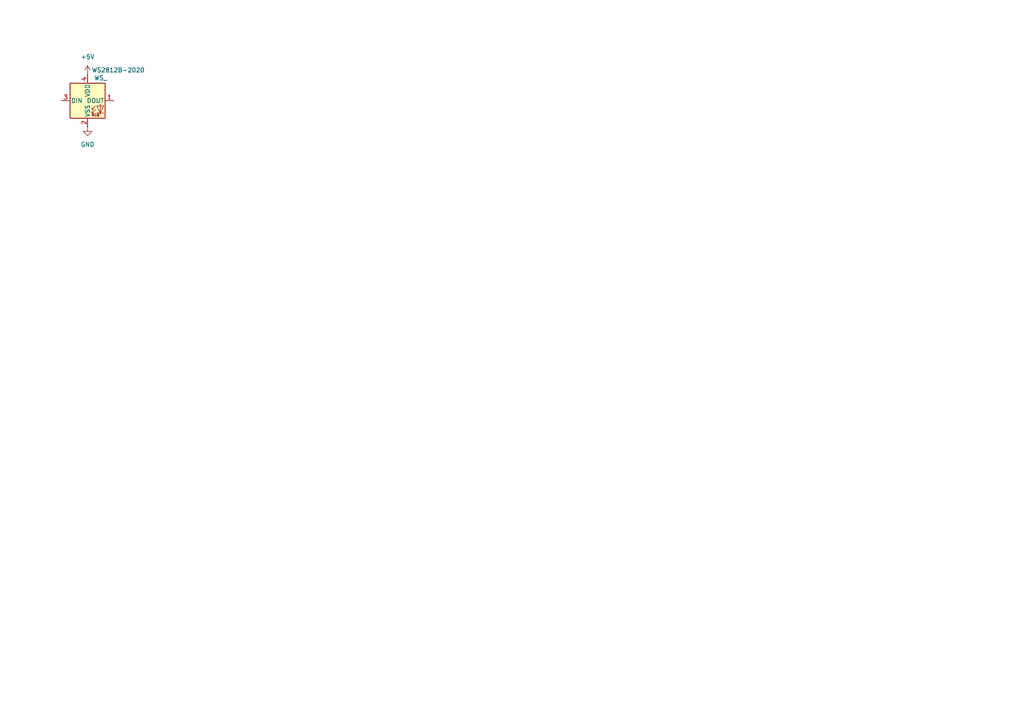
<source format=kicad_sch>
(kicad_sch (version 20231120) (generator "eeschema") (generator_version "8.0")
  (paper "A4")
  (lib_symbols
    (symbol "LED:WS2812B-2020" (pin_names (offset 0.254))
      (property "Reference" "D" (at 5.08 5.715 0))
      (property "Value" "WS2812B-2020" (at 1.27 -5.715 0))
      (symbol "WS2812B-2020_0_0"
        (text "RGB" (at 2.286 -4.191 0) (effects (font (size 0.762 0.762))))
      )
      (symbol "WS2812B-2020_0_1"
        (polyline (pts (xy 1.27 -3.556) (xy 1.778 -3.556)))
        (polyline (pts (xy 1.27 -2.54) (xy 1.778 -2.54)))
        (polyline (pts (xy 4.699 -3.556) (xy 2.667 -3.556)))
        (polyline (pts (xy 2.286 -2.54) (xy 1.27 -3.556) (xy 1.27 -3.048)))
        (polyline (pts (xy 2.286 -1.524) (xy 1.27 -2.54) (xy 1.27 -2.032)))
        (polyline (pts (xy 3.683 -1.016) (xy 3.683 -3.556) (xy 3.683 -4.064)))
        (polyline (pts (xy 4.699 -1.524) (xy 2.667 -1.524) (xy 3.683 -3.556) (xy 4.699 -1.524)))
        (rectangle (start 5.08 5.08) (end -5.08 -5.08) (stroke (width 0.254)) (fill (type background)))
      )
      (symbol "WS2812B-2020_1_1"
        (pin output line (at 7.62 0 180) (length 2.54) (name "DOUT") (number "1"))
        (pin power_in line (at 0 -7.62 90) (length 2.54) (name "VSS") (number "2"))
        (pin input line (at -7.62 0 0) (length 2.54) (name "DIN") (number "3"))
        (pin power_in line (at 0 7.62 270) (length 2.54) (name "VDD") (number "4"))
      )
    )
    (symbol "power:+5V" (power) (pin_numbers hide) (pin_names (offset 0) hide)
      (property "Value" "+5V" (at 0 3.556 0))
      (symbol "+5V_0_1"
        (polyline (pts (xy -0.762 1.27) (xy 0 2.54)))
        (polyline (pts (xy 0 0) (xy 0 2.54)))
        (polyline (pts (xy 0 2.54) (xy 0.762 1.27)))
      )
      (symbol "+5V_1_1"
        (pin power_in line (at 0 0 90) (length 0) (name "~") (number "1"))
      )
    )
    (symbol "power:GND" (power) (pin_numbers hide) (pin_names (offset 0) hide)
      (property "Value" "GND" (at 0 -3.81 0))
      (symbol "GND_0_1"
        (polyline (pts (xy 0 0) (xy 0 -1.27) (xy 1.27 -1.27) (xy 0 -2.54) (xy -1.27 -1.27) (xy 0 -1.27)))
      )
      (symbol "GND_1_1"
        (pin power_in line (at 0 0 270) (length 0) (name "~") (number "1"))
      )
    )
  )
  (symbol (lib_id "power:+5V") (at 25.4 21.59 0) (unit 1)
    (property "Reference" "#PWR01" (effects (hide yes)))
    (property "Value" "+5V" (at 25.4 16.51 0))
    (property "Description" "Power symbol creates a global label with name \"+5V\"" (effects (hide yes)))
  )
  (symbol (lib_id "power:GND") (at 25.4 36.83 0) (unit 1)
    (property "Reference" "#PWR02" (effects (hide yes)))
    (property "Value" "GND" (at 25.4 41.91 0))
    (property "Description" "Power symbol creates a global label with name \"GND\" , ground" (effects (hide yes)))
  )
  (symbol (lib_id "LED:WS2812B-2020") (at 25.4 29.21 0) (unit 1)
    (property "Reference" "WS_" (at 29.21 22.606 0))
    (property "Value" "WS2812B-2020" (at 34.29 20.32 0))
    (property "Footprint" "LED_SMD:LED_WS2812B-2020_PLCC4_2.0x2.0mm" (effects (hide yes)))
    (property "Datasheet" "https://cdn-shop.adafruit.com/product-files/4684/4684_WS2812B-2020_V1.3_EN.pdf" (effects (hide yes)))
    (property "Description" "RGB LED with integrated controller, 2.0 x 2.0 mm, 12 mA" (effects (hide yes)))
  )
)
</source>
